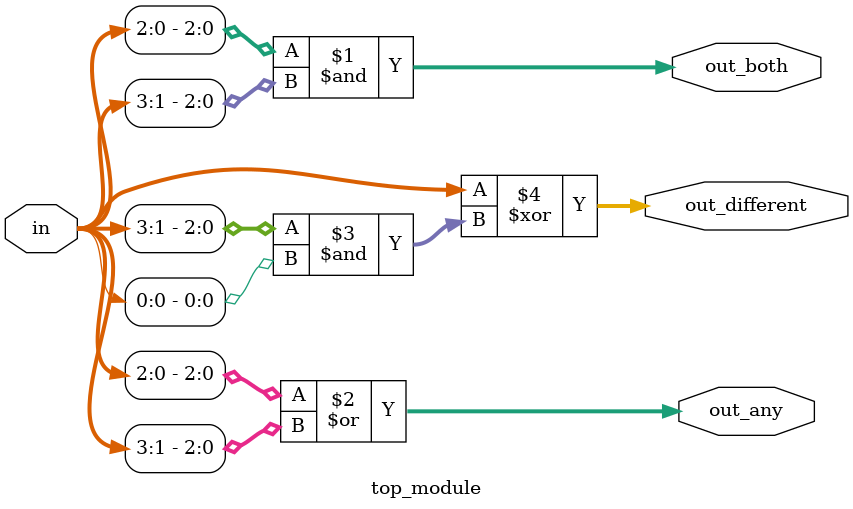
<source format=sv>
module top_module (
	input [3:0] in,
	output [2:0] out_both,
	output [3:0] out_any,
	output [3:0] out_different
);

	assign out_both = in[2:0] & in[3:1];
	assign out_any = in[2:0] | in[3:1];
	assign out_different = in ^ (in[3:1] & in[0]);

endmodule

</source>
